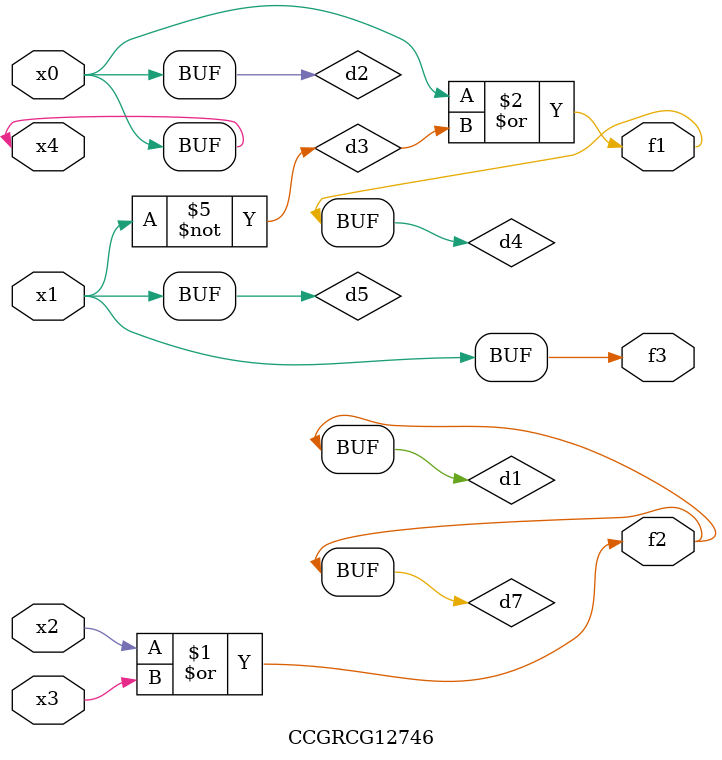
<source format=v>
module CCGRCG12746(
	input x0, x1, x2, x3, x4,
	output f1, f2, f3
);

	wire d1, d2, d3, d4, d5, d6, d7;

	or (d1, x2, x3);
	buf (d2, x0, x4);
	not (d3, x1);
	or (d4, d2, d3);
	not (d5, d3);
	nand (d6, d1, d3);
	or (d7, d1);
	assign f1 = d4;
	assign f2 = d7;
	assign f3 = d5;
endmodule

</source>
